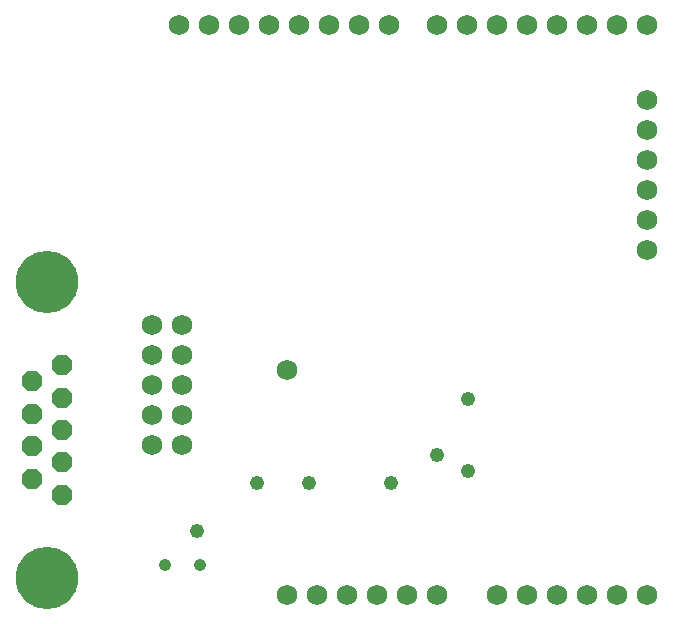
<source format=gbs>
G75*
G70*
%OFA0B0*%
%FSLAX24Y24*%
%IPPOS*%
%LPD*%
%AMOC8*
5,1,8,0,0,1.08239X$1,22.5*
%
%ADD10OC8,0.0680*%
%ADD11C,0.2080*%
%ADD12C,0.0680*%
%ADD13C,0.0415*%
%ADD14C,0.0480*%
D10*
X006705Y005434D03*
X007705Y004894D03*
X007705Y005974D03*
X006705Y006514D03*
X007705Y007054D03*
X006705Y007594D03*
X007705Y008134D03*
X006705Y008674D03*
X007705Y009214D03*
D11*
X007205Y011984D03*
X007205Y002124D03*
D12*
X010705Y006554D03*
X011705Y006554D03*
X011705Y007554D03*
X010705Y007554D03*
X010705Y008554D03*
X011705Y008554D03*
X011705Y009554D03*
X010705Y009554D03*
X010705Y010554D03*
X011705Y010554D03*
X015205Y009054D03*
X015205Y001554D03*
X016205Y001554D03*
X017205Y001554D03*
X018205Y001554D03*
X019205Y001554D03*
X020205Y001554D03*
X022205Y001554D03*
X023205Y001554D03*
X024205Y001554D03*
X025205Y001554D03*
X026205Y001554D03*
X027205Y001554D03*
X027205Y013054D03*
X027205Y014054D03*
X027205Y015054D03*
X027205Y016054D03*
X027205Y017054D03*
X027205Y018054D03*
X027205Y020554D03*
X026205Y020554D03*
X025205Y020554D03*
X024205Y020554D03*
X023205Y020554D03*
X022205Y020554D03*
X021205Y020554D03*
X020205Y020554D03*
X018605Y020554D03*
X017605Y020554D03*
X016605Y020554D03*
X015605Y020554D03*
X014605Y020554D03*
X013605Y020554D03*
X012605Y020554D03*
X011605Y020554D03*
D13*
X011114Y002554D03*
X012295Y002554D03*
D14*
X012185Y003674D03*
X014185Y005274D03*
X015945Y005274D03*
X018665Y005274D03*
X020185Y006234D03*
X021225Y005674D03*
X021225Y008074D03*
M02*

</source>
